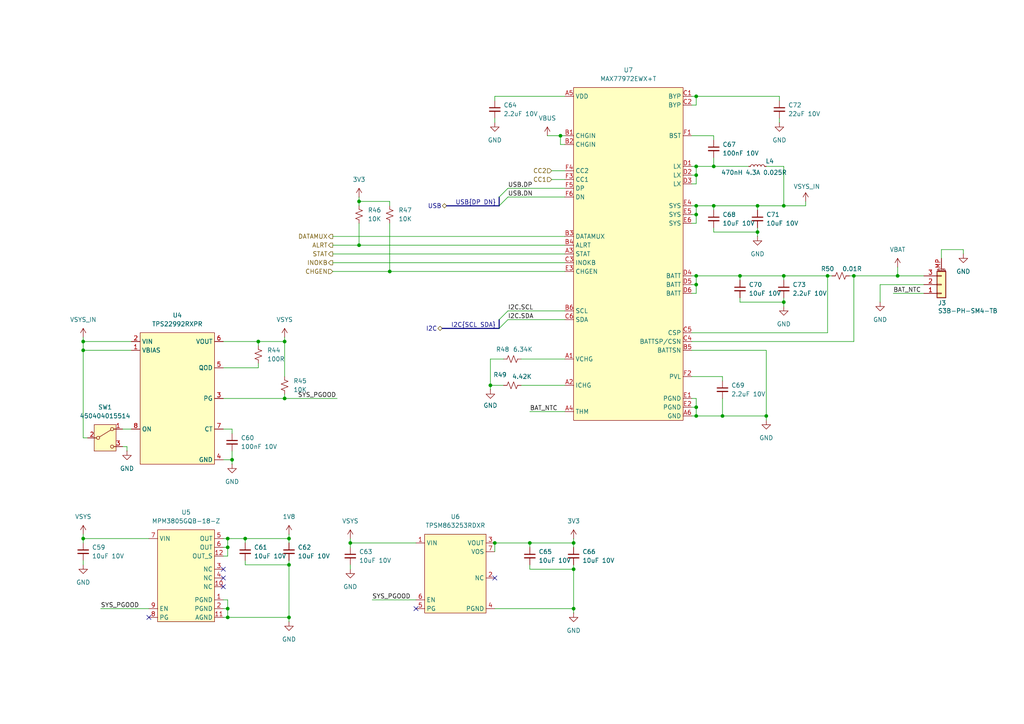
<source format=kicad_sch>
(kicad_sch (version 20250114) (generator "eeschema") (generator_version "9.0")
  (paper "A4")
  (lib_symbols
    (symbol "MAX77972EWX+T_1"
      (property "Reference" "U" (at 0.762 0.762 0))
      (property "Value" "MAX77972EWX+T" (at 7.366 -97.79 0))
      (symbol "MAX77972EWX+T_1_0_1"
        (rectangle (start 0 0) (end 31.75 -96.52) (fill (type background)))
      )
      (symbol "MAX77972EWX+T_1_1_1"
        (pin power_in line (at -2.54 -2.54 0) (length 2.54) (name "VDD") (number "A5"))
        (pin power_in line (at -2.54 -13.97 0) (length 2.54) (name "CHGIN") (number "B1"))
        (pin power_in line (at -2.54 -16.51 0) (length 2.54) (name "CHGIN") (number "B2"))
        (pin input line (at -2.54 -24.13 0) (length 2.54) (name "CC2") (number "F4"))
        (pin input line (at -2.54 -26.67 0) (length 2.54) (name "CC1") (number "F3"))
        (pin bidirectional line (at -2.54 -29.21 0) (length 2.54) (name "DP") (number "F5"))
        (pin bidirectional line (at -2.54 -31.75 0) (length 2.54) (name "DN") (number "F6"))
        (pin input line (at -2.54 -43.18 0) (length 2.54) (name "DATAMUX") (number "B3"))
        (pin output line (at -2.54 -45.72 0) (length 2.54) (name "ALRT") (number "B4"))
        (pin output line (at -2.54 -48.26 0) (length 2.54) (name "STAT") (number "A3"))
        (pin output line (at -2.54 -50.8 0) (length 2.54) (name "INOKB") (number "C3"))
        (pin input line (at -2.54 -53.34 0) (length 2.54) (name "CHGEN") (number "E3"))
        (pin input line (at -2.54 -64.77 0) (length 2.54) (name "SCL") (number "B6"))
        (pin bidirectional line (at -2.54 -67.31 0) (length 2.54) (name "SDA") (number "C6"))
        (pin input line (at -2.54 -78.74 0) (length 2.54) (name "VCHG") (number "A1"))
        (pin input line (at -2.54 -86.36 0) (length 2.54) (name "ICHG") (number "A2"))
        (pin input line (at -2.54 -93.98 0) (length 2.54) (name "THM") (number "A4"))
        (pin power_out line (at 34.29 -2.54 180) (length 2.54) (name "BYP") (number "C1"))
        (pin power_out line (at 34.29 -5.08 180) (length 2.54) (name "BYP") (number "C2"))
        (pin power_out line (at 34.29 -13.97 180) (length 2.54) (name "BST") (number "F1"))
        (pin power_out line (at 34.29 -22.86 180) (length 2.54) (name "LX") (number "D1"))
        (pin power_out line (at 34.29 -25.4 180) (length 2.54) (name "LX") (number "D2"))
        (pin power_out line (at 34.29 -27.94 180) (length 2.54) (name "LX") (number "D3"))
        (pin power_out line (at 34.29 -34.29 180) (length 2.54) (name "SYS") (number "E4"))
        (pin power_out line (at 34.29 -36.83 180) (length 2.54) (name "SYS") (number "E5"))
        (pin power_out line (at 34.29 -39.37 180) (length 2.54) (name "SYS") (number "E6"))
        (pin power_in line (at 34.29 -54.61 180) (length 2.54) (name "BATT") (number "D4"))
        (pin power_in line (at 34.29 -57.15 180) (length 2.54) (name "BATT") (number "D5"))
        (pin power_in line (at 34.29 -59.69 180) (length 2.54) (name "BATT") (number "D6"))
        (pin input line (at 34.29 -71.12 180) (length 2.54) (name "CSP") (number "C5"))
        (pin input line (at 34.29 -73.66 180) (length 2.54) (name "BATTSP/CSN") (number "C4"))
        (pin input line (at 34.29 -76.2 180) (length 2.54) (name "BATTSN") (number "B5"))
        (pin power_out line (at 34.29 -83.82 180) (length 2.54) (name "PVL") (number "F2"))
        (pin power_in line (at 34.29 -90.17 180) (length 2.54) (name "PGND") (number "E1"))
        (pin power_in line (at 34.29 -92.71 180) (length 2.54) (name "PGND") (number "E2"))
        (pin power_in line (at 34.29 -95.25 180) (length 2.54) (name "GND") (number "A6"))
      )
    )
    (symbol "MPM3805GQB-18-Z_1"
      (property "Reference" "U" (at 1.016 0.762 0))
      (property "Value" "MPM3805GQB-18-Z" (at 8.128 -27.686 0))
      (symbol "MPM3805GQB-18-Z_1_0_1"
        (rectangle (start 0 0) (end 16.51 -26.67) (fill (type background)))
      )
      (symbol "MPM3805GQB-18-Z_1_1_1"
        (pin power_in line (at -2.54 -2.54 0) (length 2.54) (name "VIN") (number "7"))
        (pin input line (at -2.54 -22.86 0) (length 2.54) (name "EN") (number "9"))
        (pin output line (at -2.54 -25.4 0) (length 2.54) (name "PG") (number "8"))
        (pin power_out line (at 19.05 -2.54 180) (length 2.54) (name "OUT") (number "5"))
        (pin power_out line (at 19.05 -5.08 180) (length 2.54) (name "OUT") (number "6"))
        (pin power_in line (at 19.05 -7.62 180) (length 2.54) (name "OUT_S") (number "12"))
        (pin passive line (at 19.05 -11.43 180) (length 2.54) (name "NC") (number "3"))
        (pin passive line (at 19.05 -13.97 180) (length 2.54) (name "NC") (number "4"))
        (pin passive line (at 19.05 -16.51 180) (length 2.54) (name "NC") (number "10"))
        (pin power_in line (at 19.05 -20.32 180) (length 2.54) (name "PGND") (number "1"))
        (pin power_in line (at 19.05 -22.86 180) (length 2.54) (name "PGND") (number "2"))
        (pin power_in line (at 19.05 -25.4 180) (length 2.54) (name "AGND") (number "11"))
      )
    )
    (symbol "TPS22992RXPR_1"
      (property "Reference" "U" (at 0.762 0.762 0))
      (property "Value" "TPS22992RXPR" (at 6.35 -39.37 0))
      (symbol "TPS22992RXPR_1_0_1"
        (rectangle (start 0 0) (end 21.59 -38.1) (fill (type background)))
      )
      (symbol "TPS22992RXPR_1_1_1"
        (pin power_in line (at -2.54 -2.54 0) (length 2.54) (name "VIN") (number "2"))
        (pin power_in line (at -2.54 -5.08 0) (length 2.54) (name "VBIAS") (number "1"))
        (pin input line (at -2.54 -27.94 0) (length 2.54) (name "ON") (number "8"))
        (pin power_out line (at 24.13 -2.54 180) (length 2.54) (name "VOUT") (number "6"))
        (pin power_out line (at 24.13 -10.16 180) (length 2.54) (name "QOD") (number "5"))
        (pin output line (at 24.13 -19.05 180) (length 2.54) (name "PG") (number "3"))
        (pin power_out line (at 24.13 -27.94 180) (length 2.54) (name "CT") (number "7"))
        (pin power_in line (at 24.13 -36.83 180) (length 2.54) (name "GND") (number "4"))
      )
    )
    (symbol "TPSM863253RDXR_1"
      (property "Reference" "U" (at 0.762 0.762 0))
      (property "Value" "TPSM863253RDXR" (at 7.874 -24.13 0))
      (symbol "TPSM863253RDXR_1_0_1"
        (rectangle (start 0 0) (end 17.78 -22.86) (fill (type background)))
      )
      (symbol "TPSM863253RDXR_1_1_1"
        (pin power_in line (at -2.54 -2.54 0) (length 2.54) (name "VIN") (number "1"))
        (pin input line (at -2.54 -19.05 0) (length 2.54) (name "EN") (number "6"))
        (pin output line (at -2.54 -21.59 0) (length 2.54) (name "PG") (number "5"))
        (pin power_out line (at 20.32 -2.54 180) (length 2.54) (name "VOUT") (number "3"))
        (pin input line (at 20.32 -5.08 180) (length 2.54) (name "VOS") (number "7"))
        (pin passive line (at 20.32 -12.7 180) (length 2.54) (name "NC") (number "2"))
        (pin power_out line (at 20.32 -21.59 180) (length 2.54) (name "PGND") (number "4"))
      )
    )
    (symbol "power:GND" (power) (pin_numbers (hide yes)) (pin_names (offset 0) (hide yes))
      (property "Value" "GND" (at 0 -3.81 0))
      (symbol "GND_0_1"
        (polyline (pts (xy 0 0) (xy 0 -1.27) (xy 1.27 -1.27) (xy 0 -2.54) (xy -1.27 -1.27) (xy 0 -1.27)))
      )
      (symbol "GND_1_1"
        (pin power_in line (at 0 0 270) (length 0) (name "~") (number "1"))
      )
    )
    (symbol "power:VCC" (power) (pin_numbers (hide yes)) (pin_names (offset 0) (hide yes))
      (property "Value" "VCC" (at 0 3.556 0))
      (symbol "VCC_0_1"
        (polyline (pts (xy -0.762 1.27) (xy 0 2.54)))
        (polyline (pts (xy 0 2.54) (xy 0.762 1.27)))
        (polyline (pts (xy 0 0) (xy 0 2.54)))
      )
      (symbol "VCC_1_1"
        (pin power_in line (at 0 0 90) (length 0) (name "~") (number "1"))
      )
    )
    (symbol "symbol-library-capacitors:CC0402KRX5R6BB225" (pin_numbers (hide yes)) (pin_names (offset 0.254) (hide yes))
      (property "Reference" "C" (at 0.254 1.778 0))
      (property "Value" "2.2uF 10V" (at 0.254 -2.032 0))
      (symbol "CC0402KRX5R6BB225_0_1"
        (polyline (pts (xy -1.524 0.508) (xy 1.524 0.508)) (stroke (width 0.3048)))
        (polyline (pts (xy -1.524 -0.508) (xy 1.524 -0.508)) (stroke (width 0.3302)))
      )
      (symbol "CC0402KRX5R6BB225_1_1"
        (pin passive line (at 0 2.54 270) (length 2.032) (name "~") (number "1"))
        (pin passive line (at 0 -2.54 90) (length 2.032) (name "~") (number "2"))
      )
    )
    (symbol "symbol-library-capacitors:CC0402KRX7R6BB104" (pin_numbers (hide yes)) (pin_names (offset 0.254) (hide yes))
      (property "Reference" "C" (at 0.254 1.778 0))
      (property "Value" "100nF 10V" (at 0.254 -2.032 0))
      (symbol "CC0402KRX7R6BB104_0_1"
        (polyline (pts (xy -1.524 0.508) (xy 1.524 0.508)) (stroke (width 0.3048)))
        (polyline (pts (xy -1.524 -0.508) (xy 1.524 -0.508)) (stroke (width 0.3302)))
      )
      (symbol "CC0402KRX7R6BB104_1_1"
        (pin passive line (at 0 2.54 270) (length 2.032) (name "~") (number "1"))
        (pin passive line (at 0 -2.54 90) (length 2.032) (name "~") (number "2"))
      )
    )
    (symbol "symbol-library-capacitors:CC0603MPX5R6BB226" (pin_numbers (hide yes)) (pin_names (offset 0.254) (hide yes))
      (property "Reference" "C" (at 0.254 1.778 0))
      (property "Value" "22uF 10V" (at 0.254 -2.032 0))
      (symbol "CC0603MPX5R6BB226_0_1"
        (polyline (pts (xy -1.524 0.508) (xy 1.524 0.508)) (stroke (width 0.3048)))
        (polyline (pts (xy -1.524 -0.508) (xy 1.524 -0.508)) (stroke (width 0.3302)))
      )
      (symbol "CC0603MPX5R6BB226_1_1"
        (pin passive line (at 0 2.54 270) (length 2.032) (name "~") (number "1"))
        (pin passive line (at 0 -2.54 90) (length 2.032) (name "~") (number "2"))
      )
    )
    (symbol "symbol-library-capacitors:CC0603MRX5R6BB106" (pin_numbers (hide yes)) (pin_names (offset 0.254) (hide yes))
      (property "Reference" "C" (at 0.254 1.778 0))
      (property "Value" "10uF 10V" (at 0.254 -2.032 0))
      (symbol "CC0603MRX5R6BB106_0_1"
        (polyline (pts (xy -1.524 0.508) (xy 1.524 0.508)) (stroke (width 0.3048)))
        (polyline (pts (xy -1.524 -0.508) (xy 1.524 -0.508)) (stroke (width 0.3302)))
      )
      (symbol "CC0603MRX5R6BB106_1_1"
        (pin passive line (at 0 2.54 270) (length 2.032) (name "~") (number "1"))
        (pin passive line (at 0 -2.54 90) (length 2.032) (name "~") (number "2"))
      )
    )
    (symbol "symbol-library-inductors:HMLQ25201T-R47MSR" (pin_numbers (hide yes)) (pin_names (offset 0.254) (hide yes))
      (property "Reference" "L" (at 0.762 1.016 0))
      (property "Value" "470nH 4.3A 0.025R" (at 0.762 -1.016 0))
      (symbol "HMLQ25201T-R47MSR_0_1"
        (arc (start 0 2.032) (mid 0.5058 1.524) (end 0 1.016))
        (arc (start 0 1.016) (mid 0.5058 0.508) (end 0 0))
        (arc (start 0 0) (mid 0.5058 -0.508) (end 0 -1.016))
        (arc (start 0 -1.016) (mid 0.5058 -1.524) (end 0 -2.032))
      )
      (symbol "HMLQ25201T-R47MSR_1_1"
        (pin passive line (at 0 2.54 270) (length 0.508) (name "~") (number "1"))
        (pin passive line (at 0 -2.54 90) (length 0.508) (name "~") (number "2"))
      )
    )
    (symbol "symbol-library-resistors:PE0402FRF7W0R01L" (pin_numbers (hide yes)) (pin_names (offset 0.254) (hide yes))
      (property "Reference" "R" (at 0.762 0.508 0))
      (property "Value" "0.01R" (at 0.762 -1.016 0))
      (symbol "PE0402FRF7W0R01L_1_1"
        (polyline (pts (xy 0 1.524) (xy 1.016 1.143) (xy 0 0.762) (xy -1.016 0.381) (xy 0 0)))
        (polyline (pts (xy 0 0) (xy 1.016 -0.381) (xy 0 -0.762) (xy -1.016 -1.143) (xy 0 -1.524)))
        (pin passive line (at 0 2.54 270) (length 1.016) (name "~") (number "1"))
        (pin passive line (at 0 -2.54 90) (length 1.016) (name "~") (number "2"))
      )
    )
    (symbol "symbol-library-resistors:RC0402FR-074K42L" (pin_numbers (hide yes)) (pin_names (offset 0.254) (hide yes))
      (property "Reference" "R" (at 0.762 0.508 0))
      (property "Value" "4.42K" (at 0.762 -1.016 0))
      (symbol "RC0402FR-074K42L_1_1"
        (polyline (pts (xy 0 1.524) (xy 1.016 1.143) (xy 0 0.762) (xy -1.016 0.381) (xy 0 0)))
        (polyline (pts (xy 0 0) (xy 1.016 -0.381) (xy 0 -0.762) (xy -1.016 -1.143) (xy 0 -1.524)))
        (pin passive line (at 0 2.54 270) (length 1.016) (name "~") (number "1"))
        (pin passive line (at 0 -2.54 90) (length 1.016) (name "~") (number "2"))
      )
    )
    (symbol "symbol-library-resistors:RC0402FR-076K34L" (pin_numbers (hide yes)) (pin_names (offset 0.254) (hide yes))
      (property "Reference" "R" (at 0.762 0.508 0))
      (property "Value" "6.34K" (at 0.762 -1.016 0))
      (symbol "RC0402FR-076K34L_1_1"
        (polyline (pts (xy 0 1.524) (xy 1.016 1.143) (xy 0 0.762) (xy -1.016 0.381) (xy 0 0)))
        (polyline (pts (xy 0 0) (xy 1.016 -0.381) (xy 0 -0.762) (xy -1.016 -1.143) (xy 0 -1.524)))
        (pin passive line (at 0 2.54 270) (length 1.016) (name "~") (number "1"))
        (pin passive line (at 0 -2.54 90) (length 1.016) (name "~") (number "2"))
      )
    )
    (symbol "symbol-library-resistors:RC0402JR-07100RL" (pin_numbers (hide yes)) (pin_names (offset 0.254) (hide yes))
      (property "Reference" "R" (at 0.762 0.508 0))
      (property "Value" "100R" (at 0.762 -1.016 0))
      (symbol "RC0402JR-07100RL_1_1"
        (polyline (pts (xy 0 1.524) (xy 1.016 1.143) (xy 0 0.762) (xy -1.016 0.381) (xy 0 0)))
        (polyline (pts (xy 0 0) (xy 1.016 -0.381) (xy 0 -0.762) (xy -1.016 -1.143) (xy 0 -1.524)))
        (pin passive line (at 0 2.54 270) (length 1.016) (name "~") (number "1"))
        (pin passive line (at 0 -2.54 90) (length 1.016) (name "~") (number "2"))
      )
    )
    (symbol "symbol-library-resistors:RC0402JR-0710KL" (pin_numbers (hide yes)) (pin_names (offset 0.254) (hide yes))
      (property "Reference" "R" (at 0.762 0.508 0))
      (property "Value" "10K" (at 0.762 -1.016 0))
      (symbol "RC0402JR-0710KL_1_1"
        (polyline (pts (xy 0 1.524) (xy 1.016 1.143) (xy 0 0.762) (xy -1.016 0.381) (xy 0 0)))
        (polyline (pts (xy 0 0) (xy 1.016 -0.381) (xy 0 -0.762) (xy -1.016 -1.143) (xy 0 -1.524)))
        (pin passive line (at 0 2.54 270) (length 1.016) (name "~") (number "1"))
        (pin passive line (at 0 -2.54 90) (length 1.016) (name "~") (number "2"))
      )
    )
    (symbol "symbol-library:450404015514" (pin_names (offset 0) (hide yes))
      (property "Reference" "SW" (at 0 5.08 0))
      (property "Value" "450404015514" (at 0 -5.08 0))
      (symbol "450404015514_0_1"
        (circle (center -2.032 0) (radius 0.4572))
        (polyline (pts (xy -1.651 0.254) (xy 1.651 2.286)))
        (circle (center 2.032 2.54) (radius 0.4572))
        (circle (center 2.032 -2.54) (radius 0.4572))
      )
      (symbol "450404015514_1_1"
        (rectangle (start -3.175 3.81) (end 3.175 -3.81) (fill (type background)))
        (pin passive line (at -5.08 0 0) (length 2.54) (name "B") (number "2"))
        (pin passive line (at 5.08 2.54 180) (length 2.54) (name "A") (number "1"))
        (pin passive line (at 5.08 -2.54 180) (length 2.54) (name "C") (number "3"))
      )
    )
    (symbol "symbol-library:S3B-PH-SM4-TB" (pin_names (offset 1.016) (hide yes))
      (property "Reference" "J" (at 0 5.08 0))
      (property "Value" "S3B-PH-SM4-TB" (at 1.27 -5.08 0))
      (symbol "S3B-PH-SM4-TB_1_1"
        (rectangle (start -1.27 3.81) (end 1.27 -3.81) (stroke (width 0.254)) (fill (type background)))
        (rectangle (start -1.27 2.667) (end 0 2.413) (stroke (width 0.1524)))
        (rectangle (start -1.27 0.127) (end 0 -0.127) (stroke (width 0.1524)))
        (rectangle (start -1.27 -2.413) (end 0 -2.667) (stroke (width 0.1524)))
        (polyline (pts (xy -1.016 -4.572) (xy 1.016 -4.572)) (stroke (width 0.1524)))
        (text "Mounting" (at 0 -4.191 0) (effects (font (size 0.381 0.381))))
        (pin passive line (at -5.08 2.54 0) (length 3.81) (name "Pin_1") (number "1"))
        (pin passive line (at -5.08 0 0) (length 3.81) (name "Pin_2") (number "2"))
        (pin passive line (at -5.08 -2.54 0) (length 3.81) (name "Pin_3") (number "3"))
        (pin passive line (at 0 -7.62 90) (length 3.048) (name "MountPin") (number "MP"))
      )
    )
  )
  (junction (at 66.04 158.75))
  (junction (at 240.03 80.01))
  (junction (at 142.24 111.76))
  (junction (at 219.71 67.31))
  (junction (at 166.37 176.53))
  (junction (at 82.55 115.57))
  (junction (at 227.33 59.69))
  (junction (at 162.56 39.37))
  (junction (at 201.93 50.8))
  (junction (at 201.93 120.65))
  (junction (at 247.65 80.01))
  (junction (at 74.93 99.06))
  (junction (at 82.55 99.06))
  (junction (at 201.93 48.26))
  (junction (at 24.13 156.21))
  (junction (at 71.12 156.21))
  (junction (at 201.93 62.23))
  (junction (at 201.93 27.94))
  (junction (at 201.93 59.69))
  (junction (at 113.03 78.74))
  (junction (at 66.04 156.21))
  (junction (at 24.13 101.6))
  (junction (at 153.67 157.48))
  (junction (at 67.31 133.35))
  (junction (at 166.37 165.1))
  (junction (at 83.82 163.83))
  (junction (at 227.33 80.01))
  (junction (at 201.93 80.01))
  (junction (at 166.37 157.48))
  (junction (at 201.93 118.11))
  (junction (at 83.82 179.07))
  (junction (at 207.01 59.69))
  (junction (at 83.82 156.21))
  (junction (at 214.63 80.01))
  (junction (at 104.14 58.42))
  (junction (at 66.04 176.53))
  (junction (at 207.01 48.26))
  (junction (at 143.51 157.48))
  (junction (at 24.13 99.06))
  (junction (at 104.14 71.12))
  (junction (at 201.93 82.55))
  (junction (at 209.55 120.65))
  (junction (at 66.04 179.07))
  (junction (at 260.35 80.01))
  (junction (at 222.25 120.65))
  (junction (at 227.33 87.63))
  (junction (at 101.6 157.48))
  (junction (at 219.71 59.69))
  (no_connect (at 120.65 176.53))
  (no_connect (at 64.77 165.1))
  (no_connect (at 143.51 167.64))
  (no_connect (at 43.18 179.07))
  (no_connect (at 64.77 167.64))
  (no_connect (at 64.77 170.18))
  (bus_entry (at 147.32 54.61) (size -2.54 2.54))
  (bus_entry (at 147.32 90.17) (size -2.54 2.54))
  (bus_entry (at 147.32 92.71) (size -2.54 2.54))
  (bus_entry (at 147.32 57.15) (size -2.54 2.54))
  (wire (pts (xy 201.93 48.26) (xy 201.93 50.8)))
  (wire (pts (xy 43.18 176.53) (xy 29.21 176.53)))
  (wire (pts (xy 96.52 71.12) (xy 104.14 71.12)))
  (wire (pts (xy 104.14 71.12) (xy 163.83 71.12)))
  (wire (pts (xy 201.93 59.69) (xy 200.66 59.69)))
  (wire (pts (xy 147.32 54.61) (xy 163.83 54.61)))
  (wire (pts (xy 207.01 59.69) (xy 219.71 59.69)))
  (wire (pts (xy 201.93 27.94) (xy 200.66 27.94)))
  (wire (pts (xy 66.04 176.53) (xy 64.77 176.53)))
  (wire (pts (xy 222.25 120.65) (xy 222.25 121.92)))
  (wire (pts (xy 207.01 59.69) (xy 207.01 60.96)))
  (wire (pts (xy 82.55 99.06) (xy 74.93 99.06)))
  (wire (pts (xy 66.04 179.07) (xy 83.82 179.07)))
  (wire (pts (xy 201.93 85.09) (xy 200.66 85.09)))
  (wire (pts (xy 273.05 72.39) (xy 279.4 72.39)))
  (wire (pts (xy 162.56 41.91) (xy 162.56 39.37)))
  (wire (pts (xy 166.37 157.48) (xy 166.37 158.75)))
  (wire (pts (xy 160.02 49.53) (xy 163.83 49.53)))
  (wire (pts (xy 96.52 76.2) (xy 163.83 76.2)))
  (wire (pts (xy 35.56 129.54) (xy 36.83 129.54)))
  (wire (pts (xy 24.13 162.56) (xy 24.13 163.83)))
  (wire (pts (xy 201.93 80.01) (xy 214.63 80.01)))
  (wire (pts (xy 153.67 157.48) (xy 153.67 158.75)))
  (wire (pts (xy 219.71 68.58) (xy 219.71 67.31)))
  (wire (pts (xy 166.37 156.21) (xy 166.37 157.48)))
  (wire (pts (xy 82.55 109.22) (xy 82.55 99.06)))
  (wire (pts (xy 201.93 48.26) (xy 207.01 48.26)))
  (wire (pts (xy 227.33 48.26) (xy 227.33 59.69)))
  (wire (pts (xy 200.66 109.22) (xy 209.55 109.22)))
  (wire (pts (xy 142.24 104.14) (xy 142.24 111.76)))
  (wire (pts (xy 246.38 80.01) (xy 247.65 80.01)))
  (wire (pts (xy 209.55 109.22) (xy 209.55 110.49)))
  (wire (pts (xy 214.63 80.01) (xy 227.33 80.01)))
  (wire (pts (xy 142.24 111.76) (xy 142.24 113.03)))
  (wire (pts (xy 151.13 104.14) (xy 163.83 104.14)))
  (wire (pts (xy 83.82 179.07) (xy 83.82 180.34)))
  (wire (pts (xy 64.77 179.07) (xy 66.04 179.07)))
  (wire (pts (xy 147.32 90.17) (xy 163.83 90.17)))
  (wire (pts (xy 209.55 120.65) (xy 201.93 120.65)))
  (wire (pts (xy 259.08 85.09) (xy 267.97 85.09)))
  (wire (pts (xy 200.66 118.11) (xy 201.93 118.11)))
  (wire (pts (xy 67.31 130.81) (xy 67.31 133.35)))
  (wire (pts (xy 101.6 163.83) (xy 101.6 165.1)))
  (wire (pts (xy 201.93 48.26) (xy 200.66 48.26)))
  (wire (pts (xy 66.04 173.99) (xy 64.77 173.99)))
  (wire (pts (xy 66.04 173.99) (xy 66.04 176.53)))
  (wire (pts (xy 247.65 80.01) (xy 247.65 99.06)))
  (wire (pts (xy 209.55 115.57) (xy 209.55 120.65)))
  (wire (pts (xy 67.31 124.46) (xy 67.31 125.73)))
  (wire (pts (xy 101.6 157.48) (xy 101.6 158.75)))
  (wire (pts (xy 201.93 85.09) (xy 201.93 82.55)))
  (wire (pts (xy 240.03 80.01) (xy 241.3 80.01)))
  (wire (pts (xy 207.01 67.31) (xy 219.71 67.31)))
  (wire (pts (xy 260.35 77.47) (xy 260.35 80.01)))
  (wire (pts (xy 143.51 160.02) (xy 143.51 157.48)))
  (wire (pts (xy 101.6 157.48) (xy 120.65 157.48)))
  (wire (pts (xy 201.93 118.11) (xy 201.93 120.65)))
  (wire (pts (xy 104.14 58.42) (xy 104.14 57.15)))
  (wire (pts (xy 255.27 82.55) (xy 255.27 87.63)))
  (wire (pts (xy 162.56 39.37) (xy 158.75 39.37)))
  (wire (pts (xy 104.14 64.77) (xy 104.14 71.12)))
  (wire (pts (xy 219.71 67.31) (xy 219.71 66.04)))
  (wire (pts (xy 64.77 158.75) (xy 66.04 158.75)))
  (wire (pts (xy 64.77 115.57) (xy 82.55 115.57)))
  (wire (pts (xy 200.66 39.37) (xy 207.01 39.37)))
  (wire (pts (xy 227.33 88.9) (xy 227.33 87.63)))
  (wire (pts (xy 25.4 127) (xy 24.13 127)))
  (wire (pts (xy 227.33 59.69) (xy 233.68 59.69)))
  (wire (pts (xy 113.03 59.69) (xy 113.03 58.42)))
  (wire (pts (xy 240.03 80.01) (xy 240.03 96.52)))
  (wire (pts (xy 83.82 154.94) (xy 83.82 156.21)))
  (wire (pts (xy 96.52 78.74) (xy 113.03 78.74)))
  (wire (pts (xy 214.63 80.01) (xy 214.63 81.28)))
  (wire (pts (xy 233.68 58.42) (xy 233.68 59.69)))
  (wire (pts (xy 227.33 80.01) (xy 227.33 81.28)))
  (wire (pts (xy 201.93 80.01) (xy 200.66 80.01)))
  (wire (pts (xy 113.03 78.74) (xy 163.83 78.74)))
  (wire (pts (xy 153.67 157.48) (xy 166.37 157.48)))
  (wire (pts (xy 24.13 97.79) (xy 24.13 99.06)))
  (wire (pts (xy 201.93 82.55) (xy 200.66 82.55)))
  (wire (pts (xy 82.55 115.57) (xy 82.55 114.3)))
  (wire (pts (xy 227.33 87.63) (xy 214.63 87.63)))
  (wire (pts (xy 151.13 111.76) (xy 163.83 111.76)))
  (wire (pts (xy 71.12 163.83) (xy 83.82 163.83)))
  (wire (pts (xy 104.14 58.42) (xy 104.14 59.69)))
  (wire (pts (xy 279.4 72.39) (xy 279.4 73.66)))
  (wire (pts (xy 200.66 115.57) (xy 201.93 115.57)))
  (wire (pts (xy 247.65 99.06) (xy 200.66 99.06)))
  (wire (pts (xy 240.03 96.52) (xy 200.66 96.52)))
  (wire (pts (xy 24.13 99.06) (xy 24.13 101.6)))
  (wire (pts (xy 207.01 66.04) (xy 207.01 67.31)))
  (wire (pts (xy 101.6 157.48) (xy 101.6 156.21)))
  (wire (pts (xy 201.93 50.8) (xy 201.93 53.34)))
  (wire (pts (xy 201.93 115.57) (xy 201.93 118.11)))
  (wire (pts (xy 207.01 48.26) (xy 217.17 48.26)))
  (wire (pts (xy 113.03 64.77) (xy 113.03 78.74)))
  (wire (pts (xy 201.93 30.48) (xy 200.66 30.48)))
  (wire (pts (xy 247.65 80.01) (xy 260.35 80.01)))
  (wire (pts (xy 143.51 29.21) (xy 143.51 27.94)))
  (wire (pts (xy 113.03 58.42) (xy 104.14 58.42)))
  (wire (pts (xy 166.37 165.1) (xy 166.37 176.53)))
  (wire (pts (xy 83.82 156.21) (xy 83.82 157.48)))
  (wire (pts (xy 201.93 62.23) (xy 200.66 62.23)))
  (wire (pts (xy 24.13 99.06) (xy 38.1 99.06)))
  (wire (pts (xy 82.55 115.57) (xy 97.79 115.57)))
  (bus (pts (xy 144.78 57.15) (xy 144.78 59.69)))
  (wire (pts (xy 166.37 176.53) (xy 166.37 177.8)))
  (wire (pts (xy 201.93 50.8) (xy 200.66 50.8)))
  (wire (pts (xy 64.77 99.06) (xy 74.93 99.06)))
  (wire (pts (xy 201.93 53.34) (xy 200.66 53.34)))
  (wire (pts (xy 24.13 156.21) (xy 24.13 157.48)))
  (wire (pts (xy 147.32 57.15) (xy 163.83 57.15)))
  (wire (pts (xy 201.93 82.55) (xy 201.93 80.01)))
  (wire (pts (xy 74.93 106.68) (xy 74.93 105.41)))
  (wire (pts (xy 64.77 106.68) (xy 74.93 106.68)))
  (wire (pts (xy 74.93 99.06) (xy 74.93 100.33)))
  (wire (pts (xy 207.01 45.72) (xy 207.01 48.26)))
  (wire (pts (xy 83.82 162.56) (xy 83.82 163.83)))
  (wire (pts (xy 24.13 156.21) (xy 43.18 156.21)))
  (wire (pts (xy 35.56 124.46) (xy 38.1 124.46)))
  (wire (pts (xy 201.93 62.23) (xy 201.93 59.69)))
  (wire (pts (xy 64.77 124.46) (xy 67.31 124.46)))
  (wire (pts (xy 201.93 27.94) (xy 226.06 27.94)))
  (bus (pts (xy 144.78 92.71) (xy 144.78 95.25)))
  (bus (pts (xy 128.27 95.25) (xy 144.78 95.25)))
  (wire (pts (xy 67.31 134.62) (xy 67.31 133.35)))
  (wire (pts (xy 71.12 157.48) (xy 71.12 156.21)))
  (wire (pts (xy 166.37 163.83) (xy 166.37 165.1)))
  (wire (pts (xy 24.13 127) (xy 24.13 101.6)))
  (wire (pts (xy 162.56 41.91) (xy 163.83 41.91)))
  (wire (pts (xy 207.01 39.37) (xy 207.01 40.64)))
  (wire (pts (xy 143.51 176.53) (xy 166.37 176.53)))
  (wire (pts (xy 36.83 129.54) (xy 36.83 130.81)))
  (wire (pts (xy 143.51 157.48) (xy 153.67 157.48)))
  (wire (pts (xy 222.25 101.6) (xy 222.25 120.65)))
  (wire (pts (xy 227.33 59.69) (xy 219.71 59.69)))
  (wire (pts (xy 226.06 34.29) (xy 226.06 35.56)))
  (wire (pts (xy 153.67 119.38) (xy 163.83 119.38)))
  (wire (pts (xy 201.93 64.77) (xy 200.66 64.77)))
  (wire (pts (xy 66.04 158.75) (xy 66.04 156.21)))
  (wire (pts (xy 142.24 111.76) (xy 146.05 111.76)))
  (wire (pts (xy 96.52 73.66) (xy 163.83 73.66)))
  (wire (pts (xy 160.02 52.07) (xy 163.83 52.07)))
  (bus (pts (xy 129.54 59.69) (xy 144.78 59.69)))
  (wire (pts (xy 227.33 80.01) (xy 240.03 80.01)))
  (wire (pts (xy 146.05 104.14) (xy 142.24 104.14)))
  (wire (pts (xy 222.25 48.26) (xy 227.33 48.26)))
  (wire (pts (xy 201.93 59.69) (xy 207.01 59.69)))
  (wire (pts (xy 71.12 156.21) (xy 66.04 156.21)))
  (wire (pts (xy 273.05 74.93) (xy 273.05 72.39)))
  (wire (pts (xy 66.04 161.29) (xy 66.04 158.75)))
  (wire (pts (xy 201.93 64.77) (xy 201.93 62.23)))
  (wire (pts (xy 153.67 163.83) (xy 153.67 165.1)))
  (wire (pts (xy 200.66 120.65) (xy 201.93 120.65)))
  (wire (pts (xy 71.12 156.21) (xy 83.82 156.21)))
  (wire (pts (xy 143.51 27.94) (xy 163.83 27.94)))
  (wire (pts (xy 83.82 163.83) (xy 83.82 179.07)))
  (wire (pts (xy 66.04 156.21) (xy 64.77 156.21)))
  (wire (pts (xy 222.25 120.65) (xy 209.55 120.65)))
  (wire (pts (xy 214.63 86.36) (xy 214.63 87.63)))
  (wire (pts (xy 260.35 80.01) (xy 267.97 80.01)))
  (wire (pts (xy 82.55 97.79) (xy 82.55 99.06)))
  (wire (pts (xy 147.32 92.71) (xy 163.83 92.71)))
  (wire (pts (xy 227.33 86.36) (xy 227.33 87.63)))
  (wire (pts (xy 24.13 156.21) (xy 24.13 154.94)))
  (wire (pts (xy 201.93 30.48) (xy 201.93 27.94)))
  (wire (pts (xy 71.12 163.83) (xy 71.12 162.56)))
  (wire (pts (xy 153.67 165.1) (xy 166.37 165.1)))
  (wire (pts (xy 267.97 82.55) (xy 255.27 82.55)))
  (wire (pts (xy 143.51 35.56) (xy 143.51 34.29)))
  (wire (pts (xy 219.71 59.69) (xy 219.71 60.96)))
  (wire (pts (xy 162.56 39.37) (xy 163.83 39.37)))
  (wire (pts (xy 200.66 101.6) (xy 222.25 101.6)))
  (wire (pts (xy 226.06 27.94) (xy 226.06 29.21)))
  (wire (pts (xy 66.04 176.53) (xy 66.04 179.07)))
  (wire (pts (xy 120.65 173.99) (xy 107.95 173.99)))
  (wire (pts (xy 64.77 161.29) (xy 66.04 161.29)))
  (wire (pts (xy 64.77 133.35) (xy 67.31 133.35)))
  (wire (pts (xy 96.52 68.58) (xy 163.83 68.58)))
  (wire (pts (xy 24.13 101.6) (xy 38.1 101.6)))
  (label "USB.DN" (at 147.32 57.15 0))
  (label "BAT_NTC" (at 153.67 119.38 0))
  (label "SYS_PGOOD" (at 86.36 115.57 0))
  (label "I2C.SDA" (at 147.32 92.71 0))
  (label "SYS_PGOOD" (at 29.21 176.53 0))
  (label "USB.DP" (at 147.32 54.61 0))
  (label "USB{DP DN}" (at 132.08 59.69 0))
  (label "I2C{SCL SDA}" (at 130.81 95.25 0))
  (label "SYS_PGOOD" (at 107.95 173.99 0))
  (label "I2C.SCL" (at 147.32 90.17 0))
  (label "BAT_NTC" (at 259.08 85.09 0))
  (hierarchical_label "CC2" (shape input) (at 160.02 49.53 180))
  (hierarchical_label "INOKB" (shape output) (at 96.52 76.2 180))
  (hierarchical_label "CHGEN" (shape input) (at 96.52 78.74 180))
  (hierarchical_label "I2C" (shape bidirectional) (at 128.27 95.25 180))
  (hierarchical_label "ALRT" (shape output) (at 96.52 71.12 180))
  (hierarchical_label "DATAMUX" (shape output) (at 96.52 68.58 180))
  (hierarchical_label "STAT" (shape output) (at 96.52 73.66 180))
  (hierarchical_label "USB" (shape bidirectional) (at 129.54 59.69 180))
  (hierarchical_label "CC1" (shape input) (at 160.02 52.07 180))
  (symbol (lib_id "symbol-library:450404015514") (at 30.48 127 0) (unit 1)
    (property "Reference" "SW1" (at 30.48 118.11 0))
    (property "Value" "450404015514" (at 30.48 120.65 0))
    (property "Footprint" "footprint-library:450404015514" (effects (hide yes)))
    (property "Description" "Switch, single pole double throw" (effects (hide yes)))
  )
  (symbol (lib_name "MAX77972EWX+T_1") (lib_id "symbol-library:MAX77972EWX+T") (at 166.37 25.4 0) (unit 1)
    (property "Reference" "U7" (at 182.245 20.32 0))
    (property "Value" "MAX77972EWX+T" (at 182.245 22.86 0))
    (property "Footprint" "footprint-library:MAX77972EWX+T" (effects (hide yes)))
  )
  (symbol (lib_id "power:VCC") (at 260.35 77.47 0) (unit 1)
    (property "Reference" "#PWR0110" (effects (hide yes)))
    (property "Value" "VBAT" (at 260.35 72.39 0))
    (property "Description" "Power symbol creates a global label with name \"VCC\"" (effects (hide yes)))
  )
  (symbol (lib_id "symbol-library-capacitors:CC0603MRX5R6BB106") (at 207.01 63.5 0) (unit 1)
    (property "Reference" "C68" (at 209.55 62.2362 0) (effects (justify left)))
    (property "Value" "10uF 10V" (at 209.55 64.7762 0) (effects (justify left)))
    (property "Footprint" "Capacitor_SMD:C_0603_1608Metric" (effects (hide yes)))
    (property "Description" "Unpolarized capacitor, small symbol" (effects (hide yes)))
  )
  (symbol (lib_id "power:GND") (at 255.27 87.63 0) (mirror y) (unit 1)
    (property "Reference" "#PWR0109" (effects (hide yes)))
    (property "Value" "GND" (at 255.27 92.71 0))
    (property "Description" "Power symbol creates a global label with name \"GND\" , ground" (effects (hide yes)))
  )
  (symbol (lib_id "symbol-library-capacitors:CC0603MPX5R6BB226") (at 226.06 31.75 0) (unit 1)
    (property "Reference" "C72" (at 228.6 30.4862 0) (effects (justify left)))
    (property "Value" "22uF 10V" (at 228.6 33.0262 0) (effects (justify left)))
    (property "Footprint" "Capacitor_SMD:C_0603_1608Metric" (effects (hide yes)))
    (property "Description" "Unpolarized capacitor, small symbol" (effects (hide yes)))
  )
  (symbol (lib_id "power:VCC") (at 82.55 97.79 0) (unit 1)
    (property "Reference" "#PWR093" (effects (hide yes)))
    (property "Value" "VSYS" (at 82.55 92.71 0))
    (property "Description" "Power symbol creates a global label with name \"VCC\"" (effects (hide yes)))
  )
  (symbol (lib_id "symbol-library-resistors:RC0402FR-076K34L") (at 148.59 104.14 90) (unit 1)
    (property "Reference" "R48" (at 145.796 101.346 90))
    (property "Value" "6.34K" (at 151.638 101.346 90))
    (property "Footprint" "Resistor_SMD:R_0402_1005Metric" (effects (hide yes)))
    (property "Description" "Resistor, small US symbol" (effects (hide yes)))
  )
  (symbol (lib_id "symbol-library-capacitors:CC0402KRX5R6BB225") (at 209.55 113.03 0) (unit 1)
    (property "Reference" "C69" (at 212.09 111.7662 0) (effects (justify left)))
    (property "Value" "2.2uF 10V" (at 212.09 114.3062 0) (effects (justify left)))
    (property "Footprint" "Capacitor_SMD:C_0402_1005Metric" (effects (hide yes)))
    (property "Description" "Unpolarized capacitor, small symbol" (effects (hide yes)))
  )
  (symbol (lib_id "power:GND") (at 142.24 113.03 0) (unit 1)
    (property "Reference" "#PWR099" (effects (hide yes)))
    (property "Value" "GND" (at 142.24 117.602 0))
    (property "Description" "Power symbol creates a global label with name \"GND\" , ground" (effects (hide yes)))
  )
  (symbol (lib_id "symbol-library-capacitors:CC0603MRX5R6BB106") (at 71.12 160.02 0) (unit 1)
    (property "Reference" "C61" (at 73.66 158.7562 0) (effects (justify left)))
    (property "Value" "10uF 10V" (at 73.66 161.2962 0) (effects (justify left)))
    (property "Footprint" "Capacitor_SMD:C_0603_1608Metric" (effects (hide yes)))
    (property "Description" "Unpolarized capacitor, small symbol" (effects (hide yes)))
  )
  (symbol (lib_id "symbol-library-capacitors:CC0402KRX7R6BB104") (at 67.31 128.27 0) (unit 1)
    (property "Reference" "C60" (at 69.85 127.0062 0) (effects (justify left)))
    (property "Value" "100nF 10V" (at 69.85 129.5462 0) (effects (justify left)))
    (property "Footprint" "Capacitor_SMD:C_0402_1005Metric" (effects (hide yes)))
    (property "Description" "Unpolarized capacitor, small symbol" (effects (hide yes)))
  )
  (symbol (lib_id "power:GND") (at 226.06 35.56 0) (unit 1)
    (property "Reference" "#PWR0106" (effects (hide yes)))
    (property "Value" "GND" (at 226.06 40.64 0))
    (property "Description" "Power symbol creates a global label with name \"GND\" , ground" (effects (hide yes)))
  )
  (symbol (lib_id "symbol-library-capacitors:CC0603MRX5R6BB106") (at 24.13 160.02 0) (unit 1)
    (property "Reference" "C59" (at 26.67 158.7562 0) (effects (justify left)))
    (property "Value" "10uF 10V" (at 26.67 161.2962 0) (effects (justify left)))
    (property "Footprint" "Capacitor_SMD:C_0603_1608Metric" (effects (hide yes)))
    (property "Description" "Unpolarized capacitor, small symbol" (effects (hide yes)))
  )
  (symbol (lib_id "power:GND") (at 227.33 88.9 0) (unit 1)
    (property "Reference" "#PWR0107" (effects (hide yes)))
    (property "Value" "GND" (at 227.33 93.98 0))
    (property "Description" "Power symbol creates a global label with name \"GND\" , ground" (effects (hide yes)))
  )
  (symbol (lib_id "symbol-library-resistors:RC0402FR-074K42L") (at 148.59 111.76 90) (unit 1)
    (property "Reference" "R49" (at 145.034 108.712 90))
    (property "Value" "4.42K" (at 151.384 109.22 90))
    (property "Footprint" "Resistor_SMD:R_0402_1005Metric" (effects (hide yes)))
    (property "Description" "Resistor, small US symbol" (effects (hide yes)))
  )
  (symbol (lib_id "power:GND") (at 83.82 180.34 0) (unit 1)
    (property "Reference" "#PWR095" (effects (hide yes)))
    (property "Value" "GND" (at 83.82 185.42 0))
    (property "Description" "Power symbol creates a global label with name \"GND\" , ground" (effects (hide yes)))
  )
  (symbol (lib_id "power:VCC") (at 233.68 58.42 0) (unit 1)
    (property "Reference" "#PWR0108" (effects (hide yes)))
    (property "Value" "VSYS_IN" (at 230.124 54.102 0) (effects (justify left)))
    (property "Description" "Power symbol creates a global label with name \"VCC\"" (effects (hide yes)))
  )
  (symbol (lib_id "power:GND") (at 219.71 68.58 0) (unit 1)
    (property "Reference" "#PWR0104" (effects (hide yes)))
    (property "Value" "GND" (at 219.71 73.66 0))
    (property "Description" "Power symbol creates a global label with name \"GND\" , ground" (effects (hide yes)))
  )
  (symbol (lib_id "symbol-library-resistors:RC0402JR-07100RL") (at 74.93 102.87 0) (unit 1)
    (property "Reference" "R44" (at 77.47 101.5999 0) (effects (justify left)))
    (property "Value" "100R" (at 77.47 104.1399 0) (effects (justify left)))
    (property "Footprint" "Resistor_SMD:R_0402_1005Metric" (effects (hide yes)))
    (property "Description" "Resistor, small US symbol" (effects (hide yes)))
  )
  (symbol (lib_id "power:GND") (at 279.4 73.66 0) (mirror y) (unit 1)
    (property "Reference" "#PWR0111" (effects (hide yes)))
    (property "Value" "GND" (at 279.4 78.74 0))
    (property "Description" "Power symbol creates a global label with name \"GND\" , ground" (effects (hide yes)))
  )
  (symbol (lib_id "symbol-library-capacitors:CC0603MRX5R6BB106") (at 219.71 63.5 0) (unit 1)
    (property "Reference" "C71" (at 222.25 62.2362 0) (effects (justify left)))
    (property "Value" "10uF 10V" (at 222.25 64.7762 0) (effects (justify left)))
    (property "Footprint" "Capacitor_SMD:C_0603_1608Metric" (effects (hide yes)))
    (property "Description" "Unpolarized capacitor, small symbol" (effects (hide yes)))
  )
  (symbol (lib_id "symbol-library-capacitors:CC0603MRX5R6BB106") (at 166.37 161.29 0) (unit 1)
    (property "Reference" "C66" (at 168.91 160.0262 0) (effects (justify left)))
    (property "Value" "10uF 10V" (at 168.91 162.5662 0) (effects (justify left)))
    (property "Footprint" "Capacitor_SMD:C_0603_1608Metric" (effects (hide yes)))
    (property "Description" "Unpolarized capacitor, small symbol" (effects (hide yes)))
  )
  (symbol (lib_id "power:GND") (at 143.51 35.56 0) (unit 1)
    (property "Reference" "#PWR0100" (effects (hide yes)))
    (property "Value" "GND" (at 143.51 40.64 0))
    (property "Description" "Power symbol creates a global label with name \"GND\" , ground" (effects (hide yes)))
  )
  (symbol (lib_id "symbol-library-resistors:PE0402FRF7W0R01L") (at 243.84 80.01 90) (unit 1)
    (property "Reference" "R50" (at 240.03 77.978 90))
    (property "Value" "0.01R" (at 247.142 77.978 90))
    (property "Footprint" "Resistor_SMD:R_0402_1005Metric" (effects (hide yes)))
    (property "Description" "Resistor, small US symbol" (effects (hide yes)))
  )
  (symbol (lib_id "power:GND") (at 24.13 163.83 0) (unit 1)
    (property "Reference" "#PWR090" (effects (hide yes)))
    (property "Value" "GND" (at 24.13 168.91 0))
    (property "Description" "Power symbol creates a global label with name \"GND\" , ground" (effects (hide yes)))
  )
  (symbol (lib_id "symbol-library-capacitors:CC0603MRX5R6BB106") (at 214.63 83.82 0) (unit 1)
    (property "Reference" "C70" (at 217.17 82.5562 0) (effects (justify left)))
    (property "Value" "10uF 10V" (at 217.17 85.0962 0) (effects (justify left)))
    (property "Footprint" "Capacitor_SMD:C_0603_1608Metric" (effects (hide yes)))
    (property "Description" "Unpolarized capacitor, small symbol" (effects (hide yes)))
  )
  (symbol (lib_id "symbol-library-resistors:RC0402JR-0710KL") (at 82.55 111.76 0) (unit 1)
    (property "Reference" "R45" (at 85.09 110.4899 0) (effects (justify left)))
    (property "Value" "10K" (at 85.09 113.0299 0) (effects (justify left)))
    (property "Footprint" "Resistor_SMD:R_0402_1005Metric" (effects (hide yes)))
    (property "Description" "Resistor, small US symbol" (effects (hide yes)))
  )
  (symbol (lib_id "power:VCC") (at 166.37 156.21 0) (unit 1)
    (property "Reference" "#PWR0102" (effects (hide yes)))
    (property "Value" "3V3" (at 166.37 151.13 0))
    (property "Description" "Power symbol creates a global label with name \"VCC\"" (effects (hide yes)))
  )
  (symbol (lib_id "symbol-library-capacitors:CC0603MRX5R6BB106") (at 153.67 161.29 0) (unit 1)
    (property "Reference" "C65" (at 156.21 160.0262 0) (effects (justify left)))
    (property "Value" "10uF 10V" (at 156.21 162.5662 0) (effects (justify left)))
    (property "Footprint" "Capacitor_SMD:C_0603_1608Metric" (effects (hide yes)))
    (property "Description" "Unpolarized capacitor, small symbol" (effects (hide yes)))
  )
  (symbol (lib_id "symbol-library-capacitors:CC0402KRX5R6BB225") (at 227.33 83.82 0) (unit 1)
    (property "Reference" "C73" (at 229.87 82.5562 0) (effects (justify left)))
    (property "Value" "2.2uF 10V" (at 229.87 85.0962 0) (effects (justify left)))
    (property "Footprint" "Capacitor_SMD:C_0402_1005Metric" (effects (hide yes)))
    (property "Description" "Unpolarized capacitor, small symbol" (effects (hide yes)))
  )
  (symbol (lib_id "symbol-library-resistors:RC0402JR-0710KL") (at 113.03 62.23 0) (unit 1)
    (property "Reference" "R47" (at 115.57 60.9599 0) (effects (justify left)))
    (property "Value" "10K" (at 115.57 63.4999 0) (effects (justify left)))
    (property "Footprint" "Resistor_SMD:R_0402_1005Metric" (effects (hide yes)))
    (property "Description" "Resistor, small US symbol" (effects (hide yes)))
  )
  (symbol (lib_id "power:VCC") (at 104.14 57.15 0) (unit 1)
    (property "Reference" "#PWR098" (effects (hide yes)))
    (property "Value" "3V3" (at 104.14 52.07 0))
    (property "Description" "Power symbol creates a global label with name \"VCC\"" (effects (hide yes)))
  )
  (symbol (lib_name "TPS22992RXPR_1") (lib_id "symbol-library:TPS22992RXPR") (at 40.64 96.52 0) (unit 1)
    (property "Reference" "U4" (at 51.435 91.44 0))
    (property "Value" "TPS22992RXPR" (at 51.435 93.98 0))
    (property "Footprint" "footprint-library:TPS22992RXPR" (effects (hide yes)))
  )
  (symbol (lib_id "power:VCC") (at 24.13 97.79 0) (unit 1)
    (property "Reference" "#PWR088" (effects (hide yes)))
    (property "Value" "VSYS_IN" (at 24.13 92.71 0))
    (property "Description" "Power symbol creates a global label with name \"VCC\"" (effects (hide yes)))
  )
  (symbol (lib_id "power:GND") (at 222.25 121.92 0) (unit 1)
    (property "Reference" "#PWR0105" (effects (hide yes)))
    (property "Value" "GND" (at 222.25 127 0))
    (property "Description" "Power symbol creates a global label with name \"GND\" , ground" (effects (hide yes)))
  )
  (symbol (lib_id "symbol-library-inductors:HMLQ25201T-R47MSR") (at 219.71 48.26 90) (unit 1)
    (property "Reference" "L4" (at 223.266 46.736 90))
    (property "Value" "470nH 4.3A 0.025R" (at 218.694 50.038 90))
    (property "Footprint" "footprint-library:HMLQ25201T-R47MSR" (effects (hide yes)))
    (property "Description" "Inductor, small symbol" (effects (hide yes)))
  )
  (symbol (lib_id "symbol-library-capacitors:CC0603MRX5R6BB106") (at 101.6 161.29 0) (unit 1)
    (property "Reference" "C63" (at 104.14 160.0262 0) (effects (justify left)))
    (property "Value" "10uF 10V" (at 104.14 162.5662 0) (effects (justify left)))
    (property "Footprint" "Capacitor_SMD:C_0603_1608Metric" (effects (hide yes)))
    (property "Description" "Unpolarized capacitor, small symbol" (effects (hide yes)))
  )
  (symbol (lib_id "symbol-library-capacitors:CC0402KRX7R6BB104") (at 207.01 43.18 0) (unit 1)
    (property "Reference" "C67" (at 209.55 41.9162 0) (effects (justify left)))
    (property "Value" "100nF 10V" (at 209.55 44.4562 0) (effects (justify left)))
    (property "Footprint" "Capacitor_SMD:C_0402_1005Metric" (effects (hide yes)))
    (property "Description" "Unpolarized capacitor, small symbol" (effects (hide yes)))
  )
  (symbol (lib_id "power:GND") (at 36.83 130.81 0) (unit 1)
    (property "Reference" "#PWR091" (effects (hide yes)))
    (property "Value" "GND" (at 36.83 135.89 0))
    (property "Description" "Power symbol creates a global label with name \"GND\" , ground" (effects (hide yes)))
  )
  (symbol (lib_id "power:VCC") (at 101.6 156.21 0) (unit 1)
    (property "Reference" "#PWR096" (effects (hide yes)))
    (property "Value" "VSYS" (at 101.6 151.13 0))
    (property "Description" "Power symbol creates a global label with name \"VCC\"" (effects (hide yes)))
  )
  (symbol (lib_name "TPSM863253RDXR_1") (lib_id "symbol-library:TPSM863253RDXR") (at 123.19 154.94 0) (unit 1)
    (property "Reference" "U6" (at 132.08 149.86 0))
    (property "Value" "TPSM863253RDXR" (at 132.08 152.4 0))
    (property "Footprint" "footprint-library:TPSM863253RDXR" (effects (hide yes)))
  )
  (symbol (lib_id "power:GND") (at 67.31 134.62 0) (unit 1)
    (property "Reference" "#PWR092" (effects (hide yes)))
    (property "Value" "GND" (at 67.31 139.7 0))
    (property "Description" "Power symbol creates a global label with name \"GND\" , ground" (effects (hide yes)))
  )
  (symbol (lib_id "power:GND") (at 101.6 165.1 0) (unit 1)
    (property "Reference" "#PWR097" (effects (hide yes)))
    (property "Value" "GND" (at 101.6 170.18 0))
    (property "Description" "Power symbol creates a global label with name \"GND\" , ground" (effects (hide yes)))
  )
  (symbol (lib_id "symbol-library:S3B-PH-SM4-TB") (at 273.05 82.55 0) (mirror x) (unit 1)
    (property "Reference" "J3" (at 272.034 87.884 0) (effects (justify left)))
    (property "Value" "S3B-PH-SM4-TB" (at 272.034 90.17 0) (effects (justify left)))
    (property "Footprint" "footprint-library:S3B-PH-SM4-TB" (effects (hide yes)))
    (property "Description" "Generic connectable mounting pin connector, single row, 01x03, script generated (kicad-library-utils/schlib/autogen/connector/)" (effects (hide yes)))
  )
  (symbol (lib_id "power:VCC") (at 158.75 39.37 0) (unit 1)
    (property "Reference" "#PWR0101" (effects (hide yes)))
    (property "Value" "VBUS" (at 158.75 34.29 0))
    (property "Description" "Power symbol creates a global label with name \"VCC\"" (effects (hide yes)))
  )
  (symbol (lib_name "MPM3805GQB-18-Z_1") (lib_id "symbol-library:MPM3805GQB-18-Z") (at 45.72 153.67 0) (unit 1)
    (property "Reference" "U5" (at 53.975 148.59 0))
    (property "Value" "MPM3805GQB-18-Z" (at 53.975 151.13 0))
    (property "Footprint" "footprint-library:MPM3805GQB-18-Z" (effects (hide yes)))
  )
  (symbol (lib_id "power:VCC") (at 24.13 154.94 0) (unit 1)
    (property "Reference" "#PWR089" (effects (hide yes)))
    (property "Value" "VSYS" (at 24.13 149.86 0))
    (property "Description" "Power symbol creates a global label with name \"VCC\"" (effects (hide yes)))
  )
  (symbol (lib_id "symbol-library-resistors:RC0402JR-0710KL") (at 104.14 62.23 0) (unit 1)
    (property "Reference" "R46" (at 106.68 60.9599 0) (effects (justify left)))
    (property "Value" "10K" (at 106.68 63.4999 0) (effects (justify left)))
    (property "Footprint" "Resistor_SMD:R_0402_1005Metric" (effects (hide yes)))
    (property "Description" "Resistor, small US symbol" (effects (hide yes)))
  )
  (symbol (lib_id "power:GND") (at 166.37 177.8 0) (unit 1)
    (property "Reference" "#PWR0103" (effects (hide yes)))
    (property "Value" "GND" (at 166.37 182.88 0))
    (property "Description" "Power symbol creates a global label with name \"GND\" , ground" (effects (hide yes)))
  )
  (symbol (lib_id "symbol-library-capacitors:CC0402KRX5R6BB225") (at 143.51 31.75 0) (unit 1)
    (property "Reference" "C64" (at 146.05 30.4862 0) (effects (justify left)))
    (property "Value" "2.2uF 10V" (at 146.05 33.0262 0) (effects (justify left)))
    (property "Footprint" "Capacitor_SMD:C_0402_1005Metric" (effects (hide yes)))
    (property "Description" "Unpolarized capacitor, small symbol" (effects (hide yes)))
  )
  (symbol (lib_id "symbol-library-capacitors:CC0603MRX5R6BB106") (at 83.82 160.02 0) (unit 1)
    (property "Reference" "C62" (at 86.36 158.7562 0) (effects (justify left)))
    (property "Value" "10uF 10V" (at 86.36 161.2962 0) (effects (justify left)))
    (property "Footprint" "Capacitor_SMD:C_0603_1608Metric" (effects (hide yes)))
    (property "Description" "Unpolarized capacitor, small symbol" (effects (hide yes)))
  )
  (symbol (lib_id "power:VCC") (at 83.82 154.94 0) (unit 1)
    (property "Reference" "#PWR094" (effects (hide yes)))
    (property "Value" "1V8" (at 83.82 149.86 0))
    (property "Description" "Power symbol creates a global label with name \"VCC\"" (effects (hide yes)))
  )
)
</source>
